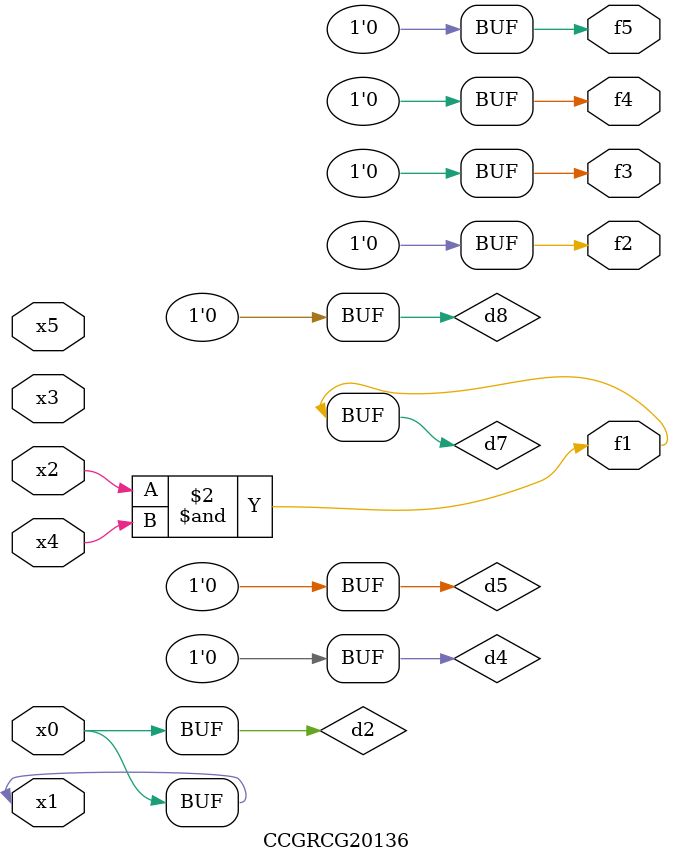
<source format=v>
module CCGRCG20136(
	input x0, x1, x2, x3, x4, x5,
	output f1, f2, f3, f4, f5
);

	wire d1, d2, d3, d4, d5, d6, d7, d8, d9;

	nand (d1, x1);
	buf (d2, x0, x1);
	nand (d3, x2, x4);
	and (d4, d1, d2);
	and (d5, d1, d2);
	nand (d6, d1, d3);
	not (d7, d3);
	xor (d8, d5);
	nor (d9, d5, d6);
	assign f1 = d7;
	assign f2 = d8;
	assign f3 = d8;
	assign f4 = d8;
	assign f5 = d8;
endmodule

</source>
